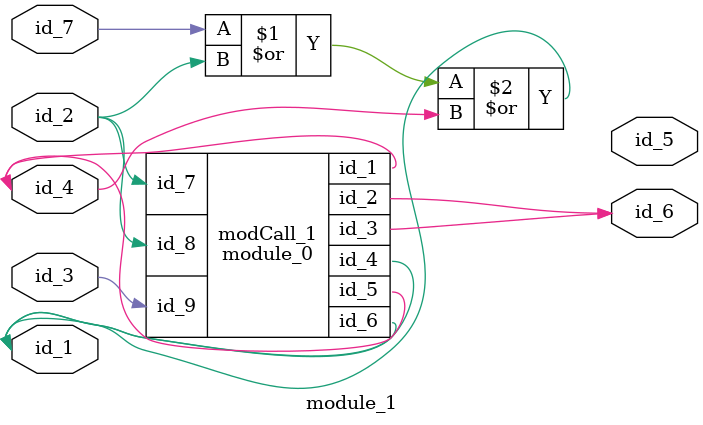
<source format=v>
module module_0 (
    id_1,
    id_2,
    id_3,
    id_4,
    id_5,
    id_6,
    id_7,
    id_8,
    id_9
);
  input wire id_9;
  input wire id_8;
  input wire id_7;
  inout wire id_6;
  inout wire id_5;
  output wire id_4;
  output wire id_3;
  output wire id_2;
  output wire id_1;
  wire id_10;
endmodule
module module_1 (
    id_1,
    id_2,
    id_3,
    id_4,
    id_5,
    id_6,
    id_7
);
  input wire id_7;
  output wire id_6;
  output wire id_5;
  inout wire id_4;
  input wire id_3;
  input wire id_2;
  inout wire id_1;
  or primCall (id_1, id_7, id_2, id_4);
  module_0 modCall_1 (
      id_4,
      id_6,
      id_6,
      id_1,
      id_4,
      id_1,
      id_2,
      id_2,
      id_3
  );
endmodule

</source>
